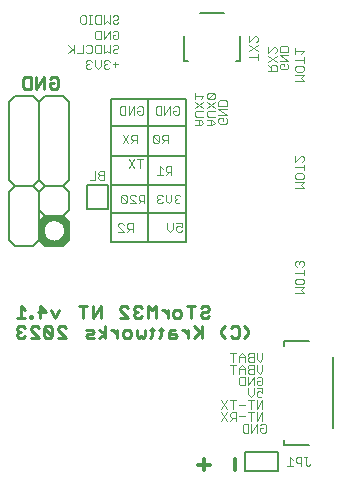
<source format=gbo>
G75*
G70*
%OFA0B0*%
%FSLAX24Y24*%
%IPPOS*%
%LPD*%
%AMOC8*
5,1,8,0,0,1.08239X$1,22.5*
%
%ADD10C,0.0030*%
%ADD11C,0.0079*%
%ADD12C,0.0140*%
%ADD13C,0.0100*%
%ADD14C,0.0200*%
D10*
X038444Y023074D02*
X038637Y023364D01*
X038637Y023468D02*
X038444Y023758D01*
X038637Y023758D02*
X038444Y023468D01*
X038444Y023364D02*
X038637Y023074D01*
X038738Y023074D02*
X038835Y023171D01*
X038787Y023171D02*
X038932Y023171D01*
X038932Y023074D02*
X038932Y023364D01*
X038787Y023364D01*
X038738Y023316D01*
X038738Y023219D01*
X038787Y023171D01*
X039033Y023219D02*
X039226Y023219D01*
X039328Y023364D02*
X039521Y023364D01*
X039424Y023364D02*
X039424Y023074D01*
X039446Y022971D02*
X039446Y022680D01*
X039639Y022971D01*
X039639Y022680D01*
X039740Y022729D02*
X039740Y022825D01*
X039837Y022825D01*
X039740Y022729D02*
X039789Y022680D01*
X039885Y022680D01*
X039934Y022729D01*
X039934Y022922D01*
X039885Y022971D01*
X039789Y022971D01*
X039740Y022922D01*
X039816Y023074D02*
X039816Y023364D01*
X039622Y023074D01*
X039622Y023364D01*
X039622Y023468D02*
X039622Y023758D01*
X039521Y023758D02*
X039328Y023758D01*
X039424Y023758D02*
X039424Y023468D01*
X039622Y023468D02*
X039816Y023758D01*
X039816Y023468D01*
X039767Y023861D02*
X039816Y023910D01*
X039767Y023861D02*
X039671Y023861D01*
X039622Y023910D01*
X039622Y024007D01*
X039671Y024055D01*
X039719Y024055D01*
X039816Y024007D01*
X039816Y024152D01*
X039622Y024152D01*
X039521Y024152D02*
X039521Y023958D01*
X039424Y023861D01*
X039328Y023958D01*
X039328Y024152D01*
X039328Y024255D02*
X039328Y024545D01*
X039226Y024545D02*
X039081Y024545D01*
X039033Y024497D01*
X039033Y024304D01*
X039081Y024255D01*
X039226Y024255D01*
X039226Y024545D01*
X039226Y024649D02*
X039226Y024842D01*
X039130Y024939D01*
X039033Y024842D01*
X039033Y024649D01*
X039033Y024794D02*
X039226Y024794D01*
X039328Y024842D02*
X039376Y024794D01*
X039521Y024794D01*
X039622Y024746D02*
X039622Y024939D01*
X039521Y024939D02*
X039376Y024939D01*
X039328Y024891D01*
X039328Y024842D01*
X039376Y024794D02*
X039328Y024746D01*
X039328Y024697D01*
X039376Y024649D01*
X039521Y024649D01*
X039521Y024939D01*
X039521Y025043D02*
X039376Y025043D01*
X039328Y025091D01*
X039328Y025139D01*
X039376Y025188D01*
X039521Y025188D01*
X039622Y025139D02*
X039622Y025333D01*
X039521Y025333D02*
X039376Y025333D01*
X039328Y025284D01*
X039328Y025236D01*
X039376Y025188D01*
X039226Y025188D02*
X039033Y025188D01*
X039033Y025236D02*
X039033Y025043D01*
X038932Y024939D02*
X038738Y024939D01*
X038835Y024939D02*
X038835Y024649D01*
X038835Y025043D02*
X038835Y025333D01*
X038932Y025333D02*
X038738Y025333D01*
X039033Y025236D02*
X039130Y025333D01*
X039226Y025236D01*
X039226Y025043D01*
X039521Y025043D02*
X039521Y025333D01*
X039622Y025139D02*
X039719Y025043D01*
X039816Y025139D01*
X039816Y025333D01*
X039816Y024939D02*
X039816Y024746D01*
X039719Y024649D01*
X039622Y024746D01*
X039671Y024545D02*
X039767Y024545D01*
X039816Y024497D01*
X039816Y024304D01*
X039767Y024255D01*
X039671Y024255D01*
X039622Y024304D01*
X039622Y024400D01*
X039719Y024400D01*
X039622Y024497D02*
X039671Y024545D01*
X039521Y024545D02*
X039328Y024255D01*
X039521Y024255D02*
X039521Y024545D01*
X039226Y023613D02*
X039033Y023613D01*
X038932Y023758D02*
X038738Y023758D01*
X038835Y023758D02*
X038835Y023468D01*
X039199Y022971D02*
X039345Y022971D01*
X039345Y022680D01*
X039199Y022680D01*
X039151Y022729D01*
X039151Y022922D01*
X039199Y022971D01*
X040722Y021863D02*
X040722Y021573D01*
X040626Y021573D02*
X040819Y021573D01*
X040920Y021718D02*
X040969Y021670D01*
X041114Y021670D01*
X041114Y021573D02*
X041114Y021863D01*
X040969Y021863D01*
X040920Y021815D01*
X040920Y021718D01*
X040819Y021766D02*
X040722Y021863D01*
X041215Y021863D02*
X041312Y021863D01*
X041263Y021863D02*
X041263Y021621D01*
X041312Y021573D01*
X041360Y021573D01*
X041408Y021621D01*
X041194Y027329D02*
X040904Y027329D01*
X040904Y027522D02*
X041194Y027522D01*
X041097Y027425D01*
X041194Y027329D01*
X041146Y027623D02*
X040952Y027623D01*
X040904Y027672D01*
X040904Y027768D01*
X040952Y027817D01*
X041146Y027817D01*
X041194Y027768D01*
X041194Y027672D01*
X041146Y027623D01*
X041194Y027918D02*
X041194Y028111D01*
X041194Y028015D02*
X040904Y028015D01*
X040952Y028212D02*
X040904Y028261D01*
X040904Y028358D01*
X040952Y028406D01*
X041000Y028406D01*
X041049Y028358D01*
X041049Y028309D01*
X041049Y028358D02*
X041097Y028406D01*
X041146Y028406D01*
X041194Y028358D01*
X041194Y028261D01*
X041146Y028212D01*
X041194Y030832D02*
X040904Y030832D01*
X040904Y031026D02*
X041194Y031026D01*
X041097Y030929D01*
X041194Y030832D01*
X041146Y031127D02*
X040952Y031127D01*
X040904Y031175D01*
X040904Y031272D01*
X040952Y031321D01*
X041146Y031321D01*
X041194Y031272D01*
X041194Y031175D01*
X041146Y031127D01*
X041194Y031422D02*
X041194Y031615D01*
X041194Y031519D02*
X040904Y031519D01*
X040904Y031716D02*
X041097Y031910D01*
X041146Y031910D01*
X041194Y031862D01*
X041194Y031765D01*
X041146Y031716D01*
X040904Y031716D02*
X040904Y031910D01*
X038635Y033026D02*
X038586Y032978D01*
X038393Y032978D01*
X038345Y033026D01*
X038345Y033123D01*
X038393Y033171D01*
X038490Y033171D01*
X038490Y033074D01*
X038586Y033171D02*
X038635Y033123D01*
X038635Y033026D01*
X038635Y033272D02*
X038345Y033466D01*
X038635Y033466D01*
X038635Y033567D02*
X038635Y033712D01*
X038586Y033760D01*
X038393Y033760D01*
X038345Y033712D01*
X038345Y033567D01*
X038635Y033567D01*
X038635Y033272D02*
X038345Y033272D01*
X038241Y033214D02*
X037999Y033214D01*
X037951Y033262D01*
X037951Y033359D01*
X037999Y033407D01*
X038241Y033407D01*
X038241Y033508D02*
X037951Y033702D01*
X037847Y033702D02*
X037557Y033508D01*
X037606Y033407D02*
X037847Y033407D01*
X037847Y033508D02*
X037557Y033702D01*
X037557Y033803D02*
X037557Y033997D01*
X037557Y033900D02*
X037847Y033900D01*
X037751Y033803D01*
X037951Y033851D02*
X037999Y033803D01*
X038193Y033997D01*
X037999Y033997D01*
X037951Y033948D01*
X037951Y033851D01*
X037999Y033803D02*
X038193Y033803D01*
X038241Y033851D01*
X038241Y033948D01*
X038193Y033997D01*
X038241Y033702D02*
X037951Y033508D01*
X037847Y033214D02*
X037606Y033214D01*
X037557Y033262D01*
X037557Y033359D01*
X037606Y033407D01*
X037557Y033113D02*
X037751Y033113D01*
X037847Y033016D01*
X037751Y032919D01*
X037557Y032919D01*
X037702Y032919D02*
X037702Y033113D01*
X037951Y033113D02*
X038144Y033113D01*
X038241Y033016D01*
X038144Y032919D01*
X037951Y032919D01*
X038096Y032919D02*
X038096Y033113D01*
X037038Y033319D02*
X036990Y033271D01*
X036893Y033271D01*
X036845Y033319D01*
X036845Y033416D01*
X036941Y033416D01*
X036845Y033513D02*
X036893Y033561D01*
X036990Y033561D01*
X037038Y033513D01*
X037038Y033319D01*
X036744Y033271D02*
X036744Y033561D01*
X036550Y033271D01*
X036550Y033561D01*
X036449Y033561D02*
X036304Y033561D01*
X036255Y033513D01*
X036255Y033319D01*
X036304Y033271D01*
X036449Y033271D01*
X036449Y033561D01*
X035839Y033513D02*
X035839Y033319D01*
X035791Y033271D01*
X035694Y033271D01*
X035646Y033319D01*
X035646Y033416D01*
X035743Y033416D01*
X035839Y033513D02*
X035791Y033561D01*
X035694Y033561D01*
X035646Y033513D01*
X035545Y033561D02*
X035351Y033271D01*
X035351Y033561D01*
X035250Y033561D02*
X035105Y033561D01*
X035057Y033513D01*
X035057Y033319D01*
X035105Y033271D01*
X035250Y033271D01*
X035250Y033561D01*
X035545Y033561D02*
X035545Y033271D01*
X035497Y032616D02*
X035449Y032568D01*
X035449Y032471D01*
X035497Y032423D01*
X035642Y032423D01*
X035546Y032423D02*
X035449Y032326D01*
X035348Y032326D02*
X035154Y032616D01*
X035348Y032616D02*
X035154Y032326D01*
X035497Y032616D02*
X035642Y032616D01*
X035642Y032326D01*
X035646Y031789D02*
X035839Y031789D01*
X035743Y031789D02*
X035743Y031499D01*
X035545Y031499D02*
X035351Y031789D01*
X035545Y031789D02*
X035351Y031499D01*
X034540Y031396D02*
X034395Y031396D01*
X034347Y031347D01*
X034347Y031299D01*
X034395Y031251D01*
X034540Y031251D01*
X034540Y031106D02*
X034540Y031396D01*
X034395Y031251D02*
X034347Y031202D01*
X034347Y031154D01*
X034395Y031106D01*
X034540Y031106D01*
X034245Y031106D02*
X034052Y031106D01*
X034245Y031106D02*
X034245Y031396D01*
X035096Y030560D02*
X035289Y030367D01*
X035241Y030318D01*
X035144Y030318D01*
X035096Y030367D01*
X035096Y030560D01*
X035144Y030608D01*
X035241Y030608D01*
X035289Y030560D01*
X035289Y030367D01*
X035391Y030318D02*
X035584Y030318D01*
X035391Y030512D01*
X035391Y030560D01*
X035439Y030608D01*
X035536Y030608D01*
X035584Y030560D01*
X035685Y030560D02*
X035685Y030463D01*
X035734Y030415D01*
X035879Y030415D01*
X035879Y030318D02*
X035879Y030608D01*
X035734Y030608D01*
X035685Y030560D01*
X035782Y030415D02*
X035685Y030318D01*
X036295Y030367D02*
X036343Y030318D01*
X036440Y030318D01*
X036488Y030367D01*
X036589Y030415D02*
X036589Y030608D01*
X036488Y030560D02*
X036440Y030608D01*
X036343Y030608D01*
X036295Y030560D01*
X036295Y030512D01*
X036343Y030463D01*
X036295Y030415D01*
X036295Y030367D01*
X036343Y030463D02*
X036392Y030463D01*
X036589Y030415D02*
X036686Y030318D01*
X036783Y030415D01*
X036783Y030608D01*
X036884Y030560D02*
X036884Y030512D01*
X036932Y030463D01*
X036884Y030415D01*
X036884Y030367D01*
X036932Y030318D01*
X037029Y030318D01*
X037078Y030367D01*
X036981Y030463D02*
X036932Y030463D01*
X036884Y030560D02*
X036932Y030608D01*
X037029Y030608D01*
X037078Y030560D01*
X036783Y031263D02*
X036783Y031553D01*
X036638Y031553D01*
X036589Y031505D01*
X036589Y031408D01*
X036638Y031360D01*
X036783Y031360D01*
X036686Y031360D02*
X036589Y031263D01*
X036488Y031263D02*
X036295Y031263D01*
X036392Y031263D02*
X036392Y031553D01*
X036488Y031457D01*
X036471Y032326D02*
X036568Y032423D01*
X036520Y032423D02*
X036665Y032423D01*
X036665Y032326D02*
X036665Y032616D01*
X036520Y032616D01*
X036471Y032568D01*
X036471Y032471D01*
X036520Y032423D01*
X036370Y032374D02*
X036177Y032568D01*
X036177Y032374D01*
X036225Y032326D01*
X036322Y032326D01*
X036370Y032374D01*
X036370Y032568D01*
X036322Y032616D01*
X036225Y032616D01*
X036177Y032568D01*
X034916Y034855D02*
X034916Y035048D01*
X035013Y034951D02*
X034819Y034951D01*
X034718Y034855D02*
X034670Y034806D01*
X034573Y034806D01*
X034524Y034855D01*
X034524Y034903D01*
X034573Y034951D01*
X034621Y034951D01*
X034573Y034951D02*
X034524Y035000D01*
X034524Y035048D01*
X034573Y035097D01*
X034670Y035097D01*
X034718Y035048D01*
X034718Y035318D02*
X034621Y035415D01*
X034524Y035318D01*
X034524Y035608D01*
X034423Y035608D02*
X034278Y035608D01*
X034230Y035560D01*
X034230Y035367D01*
X034278Y035318D01*
X034423Y035318D01*
X034423Y035608D01*
X034423Y035791D02*
X034278Y035791D01*
X034230Y035839D01*
X034230Y036032D01*
X034278Y036081D01*
X034423Y036081D01*
X034423Y035791D01*
X034524Y035791D02*
X034524Y036081D01*
X034718Y036081D02*
X034524Y035791D01*
X034718Y035791D02*
X034718Y036081D01*
X034819Y036032D02*
X034867Y036081D01*
X034964Y036081D01*
X035013Y036032D01*
X035013Y035839D01*
X034964Y035791D01*
X034867Y035791D01*
X034819Y035839D01*
X034819Y035936D01*
X034916Y035936D01*
X034964Y035608D02*
X035013Y035560D01*
X035013Y035512D01*
X034964Y035463D01*
X034867Y035463D01*
X034819Y035415D01*
X034819Y035367D01*
X034867Y035318D01*
X034964Y035318D01*
X035013Y035367D01*
X034964Y035608D02*
X034867Y035608D01*
X034819Y035560D01*
X034718Y035608D02*
X034718Y035318D01*
X034423Y035097D02*
X034423Y034903D01*
X034327Y034806D01*
X034230Y034903D01*
X034230Y035097D01*
X034129Y035048D02*
X034080Y035097D01*
X033983Y035097D01*
X033935Y035048D01*
X033935Y035000D01*
X033983Y034951D01*
X033935Y034903D01*
X033935Y034855D01*
X033983Y034806D01*
X034080Y034806D01*
X034129Y034855D01*
X034032Y034951D02*
X033983Y034951D01*
X033983Y035318D02*
X033935Y035367D01*
X033983Y035318D02*
X034080Y035318D01*
X034129Y035367D01*
X034129Y035560D01*
X034080Y035608D01*
X033983Y035608D01*
X033935Y035560D01*
X033834Y035608D02*
X033834Y035318D01*
X033640Y035318D01*
X033539Y035318D02*
X033539Y035608D01*
X033491Y035463D02*
X033346Y035318D01*
X033539Y035415D02*
X033346Y035608D01*
X033787Y036302D02*
X033739Y036351D01*
X033739Y036544D01*
X033787Y036593D01*
X033884Y036593D01*
X033932Y036544D01*
X033932Y036351D01*
X033884Y036302D01*
X033787Y036302D01*
X034032Y036302D02*
X034129Y036302D01*
X034080Y036302D02*
X034080Y036593D01*
X034032Y036593D02*
X034129Y036593D01*
X034230Y036544D02*
X034278Y036593D01*
X034423Y036593D01*
X034423Y036302D01*
X034278Y036302D01*
X034230Y036351D01*
X034230Y036544D01*
X034524Y036593D02*
X034524Y036302D01*
X034621Y036399D01*
X034718Y036302D01*
X034718Y036593D01*
X034819Y036544D02*
X034867Y036593D01*
X034964Y036593D01*
X035013Y036544D01*
X035013Y036496D01*
X034964Y036448D01*
X034867Y036448D01*
X034819Y036399D01*
X034819Y036351D01*
X034867Y036302D01*
X034964Y036302D01*
X035013Y036351D01*
X039368Y035886D02*
X039368Y035693D01*
X039562Y035886D01*
X039610Y035886D01*
X039658Y035838D01*
X039658Y035741D01*
X039610Y035693D01*
X039658Y035592D02*
X039368Y035398D01*
X039368Y035592D02*
X039658Y035398D01*
X039658Y035297D02*
X039658Y035103D01*
X039658Y035200D02*
X039368Y035200D01*
X039998Y035237D02*
X040288Y035044D01*
X040392Y035083D02*
X040682Y035083D01*
X040392Y035277D01*
X040682Y035277D01*
X040682Y035378D02*
X040682Y035523D01*
X040634Y035571D01*
X040440Y035571D01*
X040392Y035523D01*
X040392Y035378D01*
X040682Y035378D01*
X040904Y035396D02*
X041194Y035396D01*
X041097Y035299D01*
X041194Y035198D02*
X041194Y035004D01*
X041194Y035101D02*
X040904Y035101D01*
X040904Y035299D02*
X040904Y035493D01*
X040634Y034982D02*
X040682Y034934D01*
X040682Y034837D01*
X040634Y034789D01*
X040440Y034789D01*
X040392Y034837D01*
X040392Y034934D01*
X040440Y034982D01*
X040537Y034982D01*
X040537Y034885D01*
X040288Y034894D02*
X040240Y034943D01*
X040143Y034943D01*
X040095Y034894D01*
X040095Y034749D01*
X039998Y034749D02*
X040288Y034749D01*
X040288Y034894D01*
X040095Y034846D02*
X039998Y034943D01*
X039998Y035044D02*
X040288Y035237D01*
X040240Y035338D02*
X040288Y035387D01*
X040288Y035484D01*
X040240Y035532D01*
X040192Y035532D01*
X039998Y035338D01*
X039998Y035532D01*
X040904Y034855D02*
X040952Y034903D01*
X041146Y034903D01*
X041194Y034855D01*
X041194Y034758D01*
X041146Y034710D01*
X040952Y034710D01*
X040904Y034758D01*
X040904Y034855D01*
X040904Y034609D02*
X041194Y034609D01*
X041097Y034512D01*
X041194Y034415D01*
X040904Y034415D01*
X037137Y029664D02*
X037137Y029518D01*
X037041Y029567D01*
X036992Y029567D01*
X036944Y029518D01*
X036944Y029422D01*
X036992Y029373D01*
X037089Y029373D01*
X037137Y029422D01*
X037137Y029664D02*
X036944Y029664D01*
X036843Y029664D02*
X036843Y029470D01*
X036746Y029373D01*
X036649Y029470D01*
X036649Y029664D01*
X035485Y029664D02*
X035340Y029664D01*
X035292Y029615D01*
X035292Y029518D01*
X035340Y029470D01*
X035485Y029470D01*
X035485Y029373D02*
X035485Y029664D01*
X035388Y029470D02*
X035292Y029373D01*
X035190Y029373D02*
X034997Y029567D01*
X034997Y029615D01*
X035045Y029664D01*
X035142Y029664D01*
X035190Y029615D01*
X035190Y029373D02*
X034997Y029373D01*
D11*
X034752Y029043D02*
X034752Y029988D01*
X036012Y029988D01*
X037272Y029988D01*
X037272Y029043D01*
X036012Y029043D01*
X034752Y029043D01*
X034752Y029988D02*
X034752Y030933D01*
X036012Y030933D01*
X037272Y030933D01*
X037272Y029988D01*
X036012Y029988D02*
X036012Y029043D01*
X036012Y029988D02*
X036012Y030933D01*
X036012Y031917D01*
X034752Y031917D01*
X034752Y032902D01*
X036012Y032902D01*
X037272Y032902D01*
X037272Y031917D01*
X036012Y031917D01*
X036012Y032902D01*
X036012Y033807D01*
X037272Y033807D01*
X037272Y032902D01*
X037272Y031917D02*
X037272Y030933D01*
X034752Y030933D02*
X034752Y031917D01*
X034673Y030933D02*
X033965Y030933D01*
X033965Y030146D01*
X034673Y030146D01*
X034673Y030933D01*
X033378Y031106D02*
X033178Y030906D01*
X032578Y030906D01*
X032378Y031106D01*
X032178Y030906D01*
X032378Y030706D01*
X032578Y030906D01*
X032378Y031106D02*
X032378Y033706D01*
X032578Y033906D01*
X033178Y033906D01*
X033378Y033706D01*
X033378Y031106D01*
X033178Y030906D02*
X033378Y030706D01*
X033378Y030106D01*
X033178Y029906D01*
X033078Y029906D01*
X033378Y029606D01*
X033378Y029206D01*
X033078Y028906D01*
X032678Y028906D01*
X032378Y029206D01*
X032378Y029106D01*
X032178Y028906D01*
X031578Y028906D01*
X031378Y029106D01*
X031378Y030706D01*
X031578Y030906D01*
X032178Y030906D01*
X032378Y030706D02*
X032378Y030106D01*
X032378Y029706D01*
X032378Y029606D01*
X032678Y029906D01*
X032578Y029906D01*
X032378Y029706D01*
X032378Y029606D02*
X032378Y029206D01*
X032378Y029106D02*
X032578Y028906D01*
X032678Y028906D01*
X033078Y028906D02*
X033178Y028906D01*
X033378Y029106D01*
X033378Y029206D01*
X033378Y029606D02*
X033378Y029706D01*
X033178Y029906D01*
X033078Y029906D02*
X032678Y029906D01*
X032578Y029906D02*
X032378Y030106D01*
X031578Y030906D02*
X031378Y031106D01*
X031378Y033706D01*
X031578Y033906D01*
X032178Y033906D01*
X032378Y033706D01*
X034752Y033807D02*
X034752Y032902D01*
X034752Y033807D02*
X036012Y033807D01*
X037193Y035067D02*
X037350Y035067D01*
X037193Y035067D02*
X037193Y035894D01*
X037744Y036681D02*
X038531Y036681D01*
X039083Y035894D02*
X039083Y035067D01*
X038925Y035067D01*
X040539Y025736D02*
X040539Y025579D01*
X040539Y025736D02*
X041366Y025736D01*
X042154Y025185D02*
X042154Y022823D01*
X041366Y022272D02*
X040539Y022272D01*
X040539Y022429D01*
X040343Y022035D02*
X039240Y022035D01*
X039240Y021406D01*
X040343Y021406D01*
X040343Y022035D01*
D12*
X038890Y021795D02*
X038890Y021422D01*
X038054Y021608D02*
X037680Y021608D01*
X037867Y021422D02*
X037867Y021795D01*
D13*
X031694Y025837D02*
X031628Y025904D01*
X031628Y025971D01*
X031694Y026038D01*
X031761Y026038D01*
X031694Y026038D02*
X031628Y026104D01*
X031628Y026171D01*
X031694Y026238D01*
X031828Y026238D01*
X031895Y026171D01*
X032088Y026171D02*
X032155Y026238D01*
X032288Y026238D01*
X032355Y026171D01*
X032549Y026171D02*
X032815Y025904D01*
X032749Y025837D01*
X032615Y025837D01*
X032549Y025904D01*
X032549Y026171D01*
X032615Y026238D01*
X032749Y026238D01*
X032815Y026171D01*
X032815Y025904D01*
X033009Y025837D02*
X033276Y025837D01*
X033009Y026104D01*
X033009Y026171D01*
X033076Y026238D01*
X033209Y026238D01*
X033276Y026171D01*
X032912Y026507D02*
X032779Y026774D01*
X032585Y026707D02*
X032318Y026707D01*
X032385Y026907D02*
X032585Y026707D01*
X032385Y026507D02*
X032385Y026907D01*
X032125Y026573D02*
X032058Y026573D01*
X032058Y026507D01*
X032125Y026507D01*
X032125Y026573D01*
X031895Y026507D02*
X031628Y026507D01*
X031761Y026507D02*
X031761Y026907D01*
X031895Y026774D01*
X032088Y026171D02*
X032088Y026104D01*
X032355Y025837D01*
X032088Y025837D01*
X031895Y025904D02*
X031828Y025837D01*
X031694Y025837D01*
X032912Y026507D02*
X033046Y026774D01*
X033700Y026907D02*
X033966Y026907D01*
X033833Y026907D02*
X033833Y026507D01*
X034160Y026507D02*
X034160Y026907D01*
X034427Y026907D02*
X034160Y026507D01*
X034427Y026507D02*
X034427Y026907D01*
X035081Y026840D02*
X035147Y026907D01*
X035281Y026907D01*
X035348Y026840D01*
X035541Y026840D02*
X035541Y026774D01*
X035608Y026707D01*
X035541Y026640D01*
X035541Y026573D01*
X035608Y026507D01*
X035741Y026507D01*
X035808Y026573D01*
X035675Y026707D02*
X035608Y026707D01*
X035541Y026840D02*
X035608Y026907D01*
X035741Y026907D01*
X035808Y026840D01*
X036001Y026907D02*
X036001Y026507D01*
X036268Y026507D02*
X036268Y026907D01*
X036135Y026774D01*
X036001Y026907D01*
X036452Y026774D02*
X036519Y026774D01*
X036652Y026640D01*
X036652Y026507D02*
X036652Y026774D01*
X036846Y026707D02*
X036912Y026774D01*
X037046Y026774D01*
X037112Y026707D01*
X037112Y026573D01*
X037046Y026507D01*
X036912Y026507D01*
X036846Y026573D01*
X036846Y026707D01*
X037306Y026907D02*
X037573Y026907D01*
X037439Y026907D02*
X037439Y026507D01*
X037536Y026238D02*
X037803Y025971D01*
X037736Y026038D02*
X037536Y025837D01*
X037343Y025837D02*
X037343Y026104D01*
X037343Y025971D02*
X037209Y026104D01*
X037142Y026104D01*
X036892Y026104D02*
X036759Y026104D01*
X036692Y026038D01*
X036692Y025837D01*
X036892Y025837D01*
X036959Y025904D01*
X036892Y025971D01*
X036692Y025971D01*
X036499Y026104D02*
X036365Y026104D01*
X036432Y026171D02*
X036432Y025904D01*
X036365Y025837D01*
X036125Y025904D02*
X036058Y025837D01*
X036125Y025904D02*
X036125Y026171D01*
X036192Y026104D02*
X036058Y026104D01*
X035885Y026104D02*
X035885Y025904D01*
X035818Y025837D01*
X035751Y025904D01*
X035685Y025837D01*
X035618Y025904D01*
X035618Y026104D01*
X035424Y026038D02*
X035358Y026104D01*
X035224Y026104D01*
X035157Y026038D01*
X035157Y025904D01*
X035224Y025837D01*
X035358Y025837D01*
X035424Y025904D01*
X035424Y026038D01*
X034964Y026104D02*
X034964Y025837D01*
X034964Y025971D02*
X034830Y026104D01*
X034764Y026104D01*
X034580Y025971D02*
X034380Y025837D01*
X034197Y025837D02*
X033996Y025837D01*
X033930Y025904D01*
X033996Y025971D01*
X034130Y025971D01*
X034197Y026038D01*
X034130Y026104D01*
X033930Y026104D01*
X034380Y026104D02*
X034580Y025971D01*
X034580Y025837D02*
X034580Y026238D01*
X035081Y026507D02*
X035348Y026507D01*
X035081Y026774D01*
X035081Y026840D01*
X037766Y026840D02*
X037833Y026907D01*
X037967Y026907D01*
X038033Y026840D01*
X038033Y026774D01*
X037967Y026707D01*
X037833Y026707D01*
X037766Y026640D01*
X037766Y026573D01*
X037833Y026507D01*
X037967Y026507D01*
X038033Y026573D01*
X037803Y026238D02*
X037803Y025837D01*
X038437Y025971D02*
X038437Y026104D01*
X038570Y026238D01*
X038764Y026171D02*
X038831Y026238D01*
X038964Y026238D01*
X039031Y026171D01*
X039031Y025904D01*
X038964Y025837D01*
X038831Y025837D01*
X038764Y025904D01*
X038570Y025837D02*
X038437Y025971D01*
X039204Y025837D02*
X039338Y025971D01*
X039338Y026104D01*
X039204Y026238D01*
X032942Y034133D02*
X032809Y034133D01*
X032742Y034199D01*
X032742Y034333D01*
X032876Y034333D01*
X033009Y034466D02*
X032942Y034533D01*
X032809Y034533D01*
X032742Y034466D01*
X032549Y034533D02*
X032282Y034133D01*
X032282Y034533D01*
X032088Y034533D02*
X031888Y034533D01*
X031821Y034466D01*
X031821Y034199D01*
X031888Y034133D01*
X032088Y034133D01*
X032088Y034533D01*
X032549Y034533D02*
X032549Y034133D01*
X032942Y034133D02*
X033009Y034199D01*
X033009Y034466D01*
D14*
X032454Y029406D02*
X032456Y029447D01*
X032462Y029487D01*
X032472Y029527D01*
X032485Y029566D01*
X032503Y029603D01*
X032523Y029638D01*
X032547Y029672D01*
X032575Y029702D01*
X032605Y029730D01*
X032637Y029755D01*
X032672Y029777D01*
X032709Y029795D01*
X032747Y029809D01*
X032787Y029820D01*
X032827Y029827D01*
X032868Y029830D01*
X032909Y029829D01*
X032949Y029824D01*
X032989Y029815D01*
X033028Y029802D01*
X033066Y029786D01*
X033102Y029766D01*
X033135Y029743D01*
X033167Y029716D01*
X033195Y029687D01*
X033221Y029655D01*
X033243Y029621D01*
X033263Y029585D01*
X033278Y029547D01*
X033290Y029507D01*
X033298Y029467D01*
X033302Y029426D01*
X033302Y029386D01*
X033298Y029345D01*
X033290Y029305D01*
X033278Y029265D01*
X033263Y029227D01*
X033243Y029191D01*
X033221Y029157D01*
X033195Y029125D01*
X033167Y029096D01*
X033135Y029069D01*
X033102Y029046D01*
X033066Y029026D01*
X033028Y029010D01*
X032989Y028997D01*
X032949Y028988D01*
X032909Y028983D01*
X032868Y028982D01*
X032827Y028985D01*
X032787Y028992D01*
X032747Y029003D01*
X032709Y029017D01*
X032672Y029035D01*
X032637Y029057D01*
X032605Y029082D01*
X032575Y029110D01*
X032547Y029140D01*
X032523Y029174D01*
X032503Y029209D01*
X032485Y029246D01*
X032472Y029285D01*
X032462Y029325D01*
X032456Y029365D01*
X032454Y029406D01*
M02*

</source>
